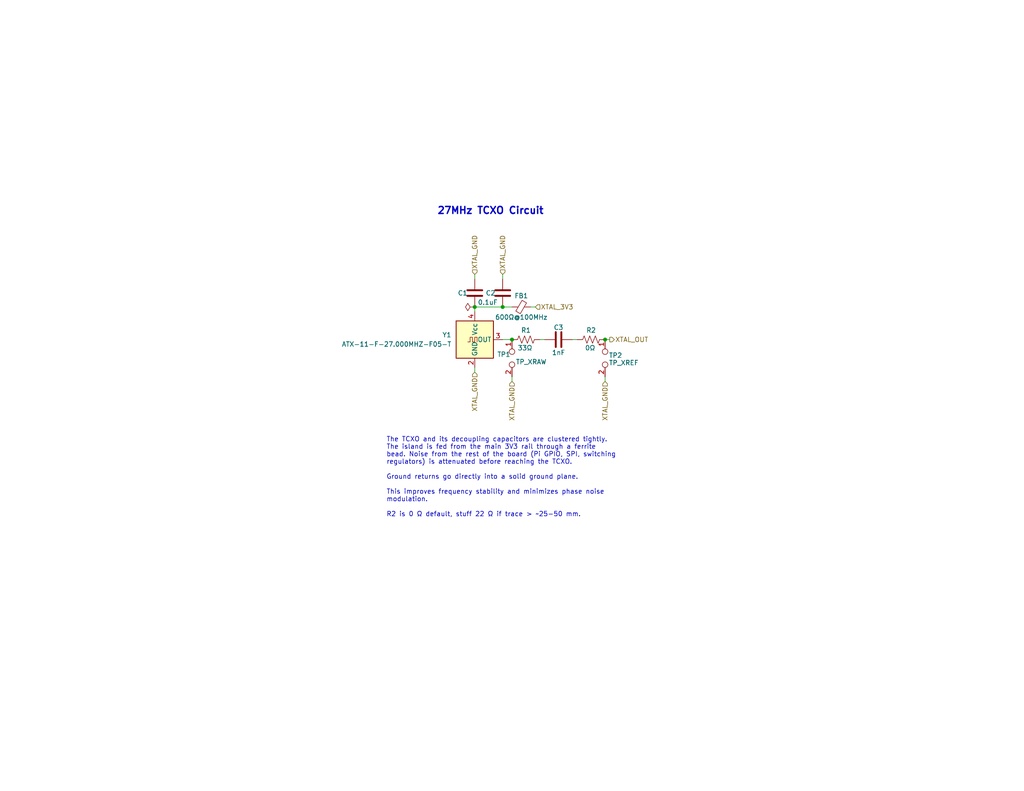
<source format=kicad_sch>
(kicad_sch (version 20250114) (generator "eeschema") (generator_version "9.0")
  (paper "A")
  (title_block (title "27 MHz TCXO Block") (date "2026-02-04") (rev "0") (company "Lee C. Bussy [AA0NT]"))
  (lib_symbols
    (symbol "Connector:TestPoint_2Pole" (pin_names (offset 0.762) (hide yes))
      (property "Reference" "TP" (at 0 1.524 0))
      (property "Value" "TestPoint_2Pole" (at 0 -1.778 0))
      (symbol "TestPoint_2Pole_0_1"
        (circle (center -1.778 0) (radius 0.762))
        (circle (center 1.778 0) (radius 0.762))
        (pin passive line (at -5.08 0 0) (length 2.54) (name "1") (number "1"))
        (pin passive line (at 5.08 0 180) (length 2.54) (name "2") (number "2"))
      )
    )
    (symbol "Device:C" (pin_numbers (hide yes)) (pin_names (offset 0.254))
      (property "Reference" "C" (at 0.635 2.54 0))
      (property "Value" "C" (at 0.635 -2.54 0))
      (symbol "C_0_1"
        (polyline (pts (xy -2.032 0.762) (xy 2.032 0.762)) (stroke (width 0.508)))
        (polyline (pts (xy -2.032 -0.762) (xy 2.032 -0.762)) (stroke (width 0.508)))
      )
      (symbol "C_1_1"
        (pin passive line (at 0 3.81 270) (length 2.794) (name "~") (number "1"))
        (pin passive line (at 0 -3.81 90) (length 2.794) (name "~") (number "2"))
      )
    )
    (symbol "Device:FerriteBead_Small" (pin_numbers (hide yes)) (pin_names (offset 0))
      (property "Reference" "FB" (at 1.905 1.27 0))
      (property "Value" "FerriteBead_Small" (at 1.905 -1.27 0))
      (symbol "FerriteBead_Small_0_1"
        (polyline (pts (xy -1.8288 0.2794) (xy -1.1176 1.4986) (xy 1.8288 -0.2032) (xy 1.1176 -1.4224) (xy -1.8288 0.2794)))
        (polyline (pts (xy 0 0.889) (xy 0 1.2954)))
        (polyline (pts (xy 0 -1.27) (xy 0 -0.7874)))
      )
      (symbol "FerriteBead_Small_1_1"
        (pin passive line (at 0 2.54 270) (length 1.27) (name "~") (number "1"))
        (pin passive line (at 0 -2.54 90) (length 1.27) (name "~") (number "2"))
      )
    )
    (symbol "Device:R_US" (pin_numbers (hide yes)) (pin_names (offset 0))
      (property "Reference" "R" (at 2.54 0 90))
      (property "Value" "R_US" (at -2.54 0 90))
      (symbol "R_US_0_1"
        (polyline (pts (xy 0 2.286) (xy 0 2.54)))
        (polyline (pts (xy 0 2.286) (xy 1.016 1.905) (xy 0 1.524) (xy -1.016 1.143) (xy 0 0.762)))
        (polyline (pts (xy 0 0.762) (xy 1.016 0.381) (xy 0 0) (xy -1.016 -0.381) (xy 0 -0.762)))
        (polyline (pts (xy 0 -0.762) (xy 1.016 -1.143) (xy 0 -1.524) (xy -1.016 -1.905) (xy 0 -2.286)))
        (polyline (pts (xy 0 -2.286) (xy 0 -2.54)))
      )
      (symbol "R_US_1_1"
        (pin passive line (at 0 3.81 270) (length 1.27) (name "~") (number "1"))
        (pin passive line (at 0 -3.81 90) (length 1.27) (name "~") (number "2"))
      )
    )
    (symbol "Oscillator:TG2520SMN-xx.xxxxxxMhz-xxxxNM"
      (property "Reference" "Y" (at -5.08 6.35 0))
      (property "Value" "TG2520SMN-xx.xxxxxxMhz-xxxxNM" (at 1.27 -6.35 0))
      (symbol "TG2520SMN-xx.xxxxxxMhz-xxxxNM_0_1"
        (rectangle (start -5.08 5.08) (end 5.08 -5.08) (stroke (width 0.254)) (fill (type background)))
        (polyline (pts (xy -1.905 -0.635) (xy -1.27 -0.635) (xy -1.27 0.635) (xy -0.635 0.635) (xy -0.635 -0.635) (xy 0 -0.635) (xy 0 0.635) (xy 0.635 0.635) (xy 0.635 -0.635)))
      )
      (symbol "TG2520SMN-xx.xxxxxxMhz-xxxxNM_1_1"
        (pin no_connect line (at -5.08 0 0) (length 2.54) (hide yes) (name "NC") (number "1"))
        (pin power_in line (at 0 7.62 270) (length 2.54) (name "Vcc") (number "4"))
        (pin power_in line (at 0 -7.62 90) (length 2.54) (name "GND") (number "2"))
        (pin output line (at 7.62 0 180) (length 2.54) (name "OUT") (number "3"))
      )
    )
    (symbol "power:PWR_FLAG" (power) (pin_numbers (hide yes)) (pin_names (offset 0) (hide yes))
      (property "Value" "PWR_FLAG" (at 0 3.81 0))
      (symbol "PWR_FLAG_0_0"
        (pin power_out line (at 0 0 90) (length 0) (name "~") (number "1"))
      )
      (symbol "PWR_FLAG_0_1"
        (polyline (pts (xy 0 0) (xy 0 1.27) (xy -1.016 1.905) (xy 0 2.54) (xy 1.016 1.905) (xy 0 1.27)))
      )
    )
  )
  (text "27MHz TCXO Circuit" (at 133.858 57.658 0) (effects (font (size 1.905 1.905) (thickness 0.381) (bold yes))))
  (text "The TCXO and its decoupling capacitors are clustered tightly.\nThe island is fed from the main 3V3 rail through a ferrite\nbead. Noise from the rest of the board (Pi GPIO, SPI, switching\nregulators) is attenuated before reaching the TCXO.\n\nGround returns go directly into a solid ground plane.\n\nThis improves frequency stability and minimizes phase noise\nmodulation.\n\nR2 is 0 Ω default, stuff 22 Ω if trace > ~25-50 mm." (at 105.41 130.302 0) (effects (font (size 1.27 1.27) (thickness 0.1588)) (justify left)))
  (junction (at 139.7 92.71))
  (junction (at 129.54 83.82))
  (junction (at 165.1 92.71))
  (junction (at 137.16 83.82))
  (wire (pts (xy 139.7 83.82) (xy 137.16 83.82)))
  (wire (pts (xy 129.54 85.09) (xy 129.54 83.82)))
  (wire (pts (xy 147.32 92.71) (xy 148.59 92.71)))
  (wire (pts (xy 144.78 83.82) (xy 146.05 83.82)))
  (wire (pts (xy 129.54 76.2) (xy 129.54 74.93)))
  (wire (pts (xy 129.54 101.6) (xy 129.54 100.33)))
  (wire (pts (xy 156.21 92.71) (xy 157.48 92.71)))
  (wire (pts (xy 129.54 83.82) (xy 137.16 83.82)))
  (wire (pts (xy 166.37 92.71) (xy 165.1 92.71)))
  (wire (pts (xy 137.16 92.71) (xy 139.7 92.71)))
  (wire (pts (xy 137.16 76.2) (xy 137.16 74.93)))
  (wire (pts (xy 165.1 102.87) (xy 165.1 104.14)))
  (wire (pts (xy 139.7 104.14) (xy 139.7 102.87)))
  (hierarchical_label "XTAL_GND" (shape input) (at 137.16 74.93 90))
  (hierarchical_label "XTAL_GND" (shape input) (at 139.7 104.14 270))
  (hierarchical_label "XTAL_GND" (shape input) (at 129.54 101.6 270))
  (hierarchical_label "XTAL_GND" (shape input) (at 129.54 74.93 90))
  (hierarchical_label "XTAL_GND" (shape input) (at 165.1 104.14 270))
  (hierarchical_label "XTAL_3V3" (shape input) (at 146.05 83.82 0))
  (hierarchical_label "XTAL_OUT" (shape output) (at 166.37 92.71 0))
  (symbol (lib_id "Connector:TestPoint_2Pole") (at 165.1 97.79 270) (unit 1)
    (property "Reference" "TP2" (at 166.116 97.028 90) (effects (justify left)))
    (property "Value" "TP_XREF" (at 166.116 99.06 90) (effects (justify left)))
    (property "Description" "2-polar test point" (effects (hide yes)))
  )
  (symbol (lib_id "Device:C") (at 129.54 80.01 180) (unit 1)
    (property "Reference" "C1" (at 126.238 80.01 0))
    (property "Value" "0.1uF" (at 133.096 82.55 0))
    (property "Footprint" "Capacitor_SMD:C_0201_0603Metric" (effects (hide yes)))
    (property "Description" "Unpolarized capacitor" (effects (hide yes)))
  )
  (symbol (lib_id "Connector:TestPoint_2Pole") (at 139.7 97.79 270) (unit 1)
    (property "Reference" "TP1" (at 135.636 96.774 90) (effects (justify left)))
    (property "Value" "TP_XRAW" (at 140.716 98.806 90) (effects (justify left)))
    (property "Description" "2-polar test point" (effects (hide yes)))
  )
  (symbol (lib_id "Device:C") (at 137.16 80.01 180) (unit 1)
    (property "Reference" "C2" (at 133.858 80.01 0))
    (property "Value" "1.0uF" (effects (hide yes)))
    (property "Footprint" "Capacitor_SMD:C_0201_0603Metric" (effects (hide yes)))
    (property "Description" "Unpolarized capacitor" (effects (hide yes)))
  )
  (symbol (lib_id "Device:C") (at 152.4 92.71 90) (unit 1)
    (property "Reference" "C3" (at 152.4 89.408 90))
    (property "Value" "1nF" (at 152.4 96.266 90))
    (property "Footprint" "Capacitor_SMD:C_0201_0603Metric" (effects (hide yes)))
    (property "Description" "Unpolarized capacitor" (effects (hide yes)))
  )
  (symbol (lib_id "Device:FerriteBead_Small") (at 142.24 83.82 90) (unit 1)
    (property "Reference" "FB1" (at 142.24 80.772 90))
    (property "Value" "600Ω@100MHz" (at 142.24 86.614 90))
    (property "Footprint" "Inductor_SMD:L_0603_1608Metric" (effects (hide yes)))
    (property "Description" "Ferrite bead, small symbol" (effects (hide yes)))
  )
  (symbol (lib_id "Device:R_US") (at 143.51 92.71 90) (unit 1)
    (property "Reference" "R1" (at 143.51 90.17 90))
    (property "Value" "33Ω" (at 143.256 94.996 90))
    (property "Footprint" "Resistor_SMD:R_0201_0603Metric" (effects (hide yes)))
    (property "Description" "Resistor, US symbol" (effects (hide yes)))
  )
  (symbol (lib_id "Device:R_US") (at 161.29 92.71 90) (unit 1)
    (property "Reference" "R2" (at 161.29 90.17 90))
    (property "Value" "0Ω" (at 161.036 94.996 90))
    (property "Footprint" "Resistor_SMD:R_0201_0603Metric" (effects (hide yes)))
    (property "Description" "Resistor, US symbol" (effects (hide yes)))
  )
  (symbol (lib_id "Oscillator:TG2520SMN-xx.xxxxxxMhz-xxxxNM") (at 129.54 92.71 0) (unit 1)
    (property "Reference" "Y1" (at 123.19 91.4399 0) (effects (justify right)))
    (property "Value" "ATX-11-F-27.000MHZ-F05-T" (at 123.19 93.9799 0) (effects (justify right)))
    (property "Footprint" "Oscillator:Oscillator_SMD_SeikoEpson_TG2520SMN-xxx-xxxxxx-4Pin_2.5x2.0mm" (effects (hide yes)))
    (property "Datasheet" "https://support.epson.biz/td/api/doc_check.php?dl=app_TG2520SMN&lang=en" (effects (hide yes)))
    (property "Description" "Crystal Oscillator Low Profile / High Stability TCXO" (effects (hide yes)))
  )
  (symbol (lib_id "power:PWR_FLAG") (at 129.54 83.82 90) (unit 1)
    (property "Reference" "#FLG07" (effects (hide yes)))
    (property "Value" "PWR_FLAG" (effects (hide yes)))
    (property "Description" "Special symbol for telling ERC where power comes from" (effects (hide yes)))
  )
)
</source>
